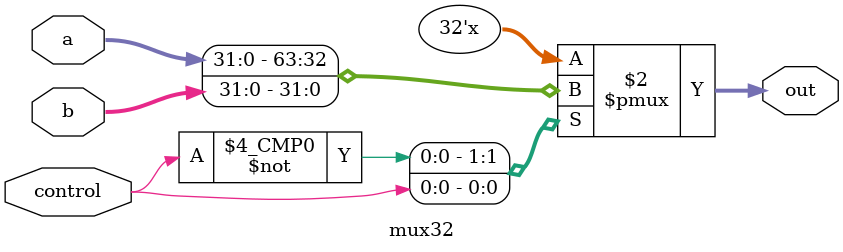
<source format=v>
`timescale 1ns / 1ps


module mux32(control, a, b, out);
    input                   control;
    input   [31:0]           a;
    input   [31:0]           b;
    output  reg [31:0]    out;
    
    always @(*) begin
        case(control)
            0:out = a;
            1:out = b;
        endcase
    end
endmodule

</source>
